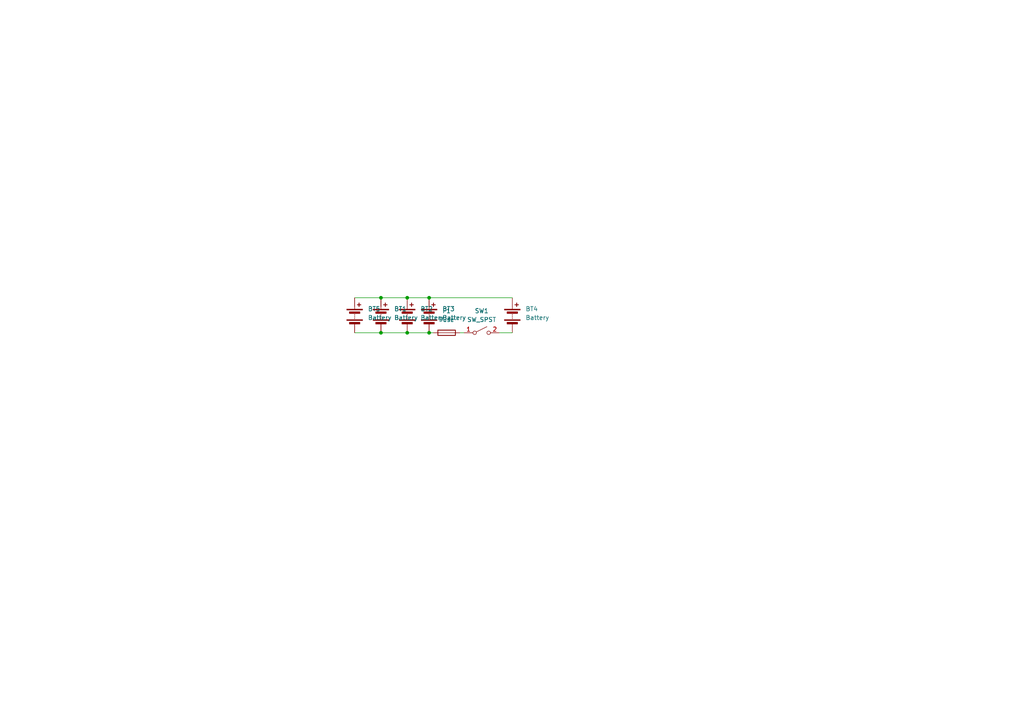
<source format=kicad_sch>
(kicad_sch (version 20231120) (generator "eeschema") (generator_version "8.0")
  (paper "A4")
  (lib_symbols
    (symbol "Device:Battery" (pin_numbers hide) (pin_names (offset 0) hide)
      (property "Reference" "BT" (at 2.54 2.54 0))
      (property "Value" "Battery" (at 2.54 0 0))
      (symbol "Battery_0_1"
        (rectangle (start -2.286 -1.27) (end 2.286 -1.524) (fill (type outline)))
        (rectangle (start -2.286 1.778) (end 2.286 1.524) (fill (type outline)))
        (rectangle (start -1.524 -2.032) (end 1.524 -2.54) (fill (type outline)))
        (rectangle (start -1.524 1.016) (end 1.524 0.508) (fill (type outline)))
        (polyline (pts (xy 0 -1.016) (xy 0 -0.762)))
        (polyline (pts (xy 0 -0.508) (xy 0 -0.254)))
        (polyline (pts (xy 0 0) (xy 0 0.254)))
        (polyline (pts (xy 0 1.778) (xy 0 2.54)))
        (polyline (pts (xy 0.762 3.048) (xy 1.778 3.048)) (stroke (width 0.254)))
        (polyline (pts (xy 1.27 3.556) (xy 1.27 2.54)) (stroke (width 0.254)))
      )
      (symbol "Battery_1_1"
        (pin passive line (at 0 5.08 270) (length 2.54) (name "+") (number "1"))
        (pin passive line (at 0 -5.08 90) (length 2.54) (name "-") (number "2"))
      )
    )
    (symbol "Device:Fuse" (pin_numbers hide) (pin_names (offset 0))
      (property "Reference" "F" (at 2.032 0 90))
      (property "Value" "Fuse" (at -1.905 0 90))
      (symbol "Fuse_0_1"
        (rectangle (start -0.762 -2.54) (end 0.762 2.54) (stroke (width 0.254)))
        (polyline (pts (xy 0 2.54) (xy 0 -2.54)))
      )
      (symbol "Fuse_1_1"
        (pin passive line (at 0 3.81 270) (length 1.27) (name "~") (number "1"))
        (pin passive line (at 0 -3.81 90) (length 1.27) (name "~") (number "2"))
      )
    )
    (symbol "Switch:SW_SPST" (pin_names (offset 0) hide)
      (property "Reference" "SW" (at 0 3.175 0))
      (property "Value" "SW_SPST" (at 0 -2.54 0))
      (symbol "SW_SPST_0_0"
        (circle (center -2.032 0) (radius 0.508))
        (polyline (pts (xy -1.524 0.254) (xy 1.524 1.778)))
        (circle (center 2.032 0) (radius 0.508))
      )
      (symbol "SW_SPST_1_1"
        (pin passive line (at -5.08 0 0) (length 2.54) (name "A") (number "1"))
        (pin passive line (at 5.08 0 180) (length 2.54) (name "B") (number "2"))
      )
    )
  )
  (junction (at 118.11 86.36))
  (junction (at 124.46 86.36))
  (junction (at 110.49 96.52))
  (junction (at 124.46 96.52))
  (junction (at 118.11 96.52))
  (junction (at 110.49 86.36))
  (wire (pts (xy 102.87 96.52) (xy 110.49 96.52)))
  (wire (pts (xy 148.59 96.52) (xy 144.78 96.52)))
  (wire (pts (xy 118.11 86.36) (xy 124.46 86.36)))
  (wire (pts (xy 133.35 96.52) (xy 134.62 96.52)))
  (wire (pts (xy 110.49 86.36) (xy 118.11 86.36)))
  (wire (pts (xy 125.73 96.52) (xy 124.46 96.52)))
  (wire (pts (xy 110.49 96.52) (xy 118.11 96.52)))
  (wire (pts (xy 118.11 96.52) (xy 124.46 96.52)))
  (wire (pts (xy 124.46 86.36) (xy 148.59 86.36)))
  (wire (pts (xy 102.87 86.36) (xy 110.49 86.36)))
  (symbol (lib_id "Switch:SW_SPST") (at 139.7 96.52 0) (unit 1)
    (property "Reference" "SW1" (at 139.7 90.17 0))
    (property "Value" "SW_SPST" (at 139.7 92.71 0))
    (property "Footprint" "Button_Switch_THT:SW_DIP_SPSTx01_Piano_10.8x4.1mm_W7.62mm_P2.54mm" (effects (hide yes)))
    (property "Description" "Single Pole Single Throw (SPST) switch" (effects (hide yes)))
  )
  (symbol (lib_id "Device:Battery") (at 124.46 91.44 0) (unit 1)
    (property "Reference" "BT3" (at 128.27 89.5984 0) (effects (justify left)))
    (property "Value" "Battery" (at 128.27 92.1384 0) (effects (justify left)))
    (property "Footprint" "Connector_AMASS:AMASS_XT30UPB-M_1x02_P5.0mm_Vertical" (effects (hide yes)))
    (property "Description" "Multiple-cell battery" (effects (hide yes)))
  )
  (symbol (lib_id "Device:Battery") (at 102.87 91.44 0) (unit 1)
    (property "Reference" "BT5" (at 106.68 89.5984 0) (effects (justify left)))
    (property "Value" "Battery" (at 106.68 92.1384 0) (effects (justify left)))
    (property "Footprint" "Connector_AMASS:AMASS_XT30UPB-M_1x02_P5.0mm_Vertical" (effects (hide yes)))
    (property "Description" "Multiple-cell battery" (effects (hide yes)))
  )
  (symbol (lib_id "Device:Fuse") (at 129.54 96.52 90) (unit 1)
    (property "Reference" "F1" (at 129.54 90.17 90))
    (property "Value" "Fuse" (at 129.54 92.71 90))
    (property "Footprint" "Fuse:Fuseholder_Blade_Mini_Keystone_3568" (effects (hide yes)))
    (property "Description" "Fuse" (effects (hide yes)))
  )
  (symbol (lib_id "Device:Battery") (at 118.11 91.44 0) (unit 1)
    (property "Reference" "BT2" (at 121.92 89.5984 0) (effects (justify left)))
    (property "Value" "Battery" (at 121.92 92.1384 0) (effects (justify left)))
    (property "Footprint" "Connector_AMASS:AMASS_XT30UPB-M_1x02_P5.0mm_Vertical" (effects (hide yes)))
    (property "Description" "Multiple-cell battery" (effects (hide yes)))
  )
  (symbol (lib_id "Device:Battery") (at 148.59 91.44 0) (unit 1)
    (property "Reference" "BT4" (at 152.4 89.5984 0) (effects (justify left)))
    (property "Value" "Battery" (at 152.4 92.1384 0) (effects (justify left)))
    (property "Footprint" "Connector_AMASS:AMASS_XT30UPB-M_1x02_P5.0mm_Vertical" (effects (hide yes)))
    (property "Description" "Multiple-cell battery" (effects (hide yes)))
  )
  (symbol (lib_id "Device:Battery") (at 110.49 91.44 0) (unit 1)
    (property "Reference" "BT1" (at 114.3 89.5984 0) (effects (justify left)))
    (property "Value" "Battery" (at 114.3 92.1384 0) (effects (justify left)))
    (property "Footprint" "Connector_AMASS:AMASS_XT30UPB-M_1x02_P5.0mm_Vertical" (effects (hide yes)))
    (property "Description" "Multiple-cell battery" (effects (hide yes)))
  )
)
</source>
